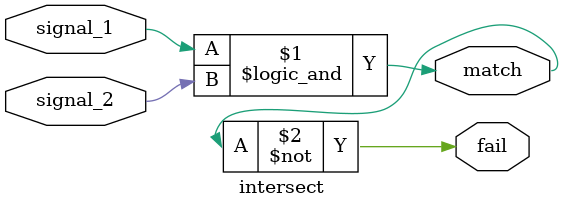
<source format=sv>
module intersect(
input   logic   signal_1  ,
input   logic   signal_2  ,
output  logic   match     ,
output  logic   fail         
);
/*-------------------------------------------
FUNCTION: Logic AND
-------------------------------------------*/
assign  match = signal_1 && signal_2 ;
assign  fail  = ~match               ;
endmodule
</source>
